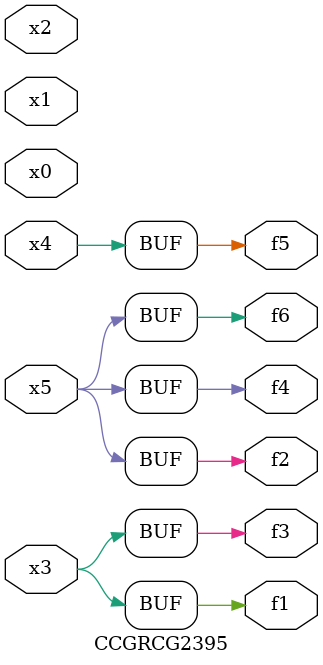
<source format=v>
module CCGRCG2395(
	input x0, x1, x2, x3, x4, x5,
	output f1, f2, f3, f4, f5, f6
);
	assign f1 = x3;
	assign f2 = x5;
	assign f3 = x3;
	assign f4 = x5;
	assign f5 = x4;
	assign f6 = x5;
endmodule

</source>
